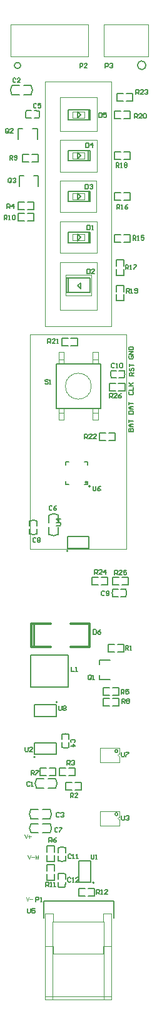
<source format=gto>
%FSLAX25Y25*%
%MOIN*%
G70*
G01*
G75*
%ADD10C,0.05906*%
%ADD11R,0.07874X0.07874*%
%ADD12R,0.02362X0.02756*%
%ADD13R,0.02756X0.02362*%
%ADD14R,0.03150X0.03937*%
%ADD15R,0.03937X0.03150*%
%ADD16R,0.02559X0.02165*%
%ADD17R,0.02165X0.02559*%
%ADD18R,0.03543X0.03150*%
%ADD19R,0.03543X0.03150*%
%ADD20R,0.01575X0.03937*%
%ADD21O,0.01181X0.07874*%
%ADD22R,0.01181X0.07874*%
%ADD23R,0.03937X0.01575*%
%ADD24R,0.02362X0.07874*%
%ADD25R,0.01063X0.07874*%
%ADD26R,0.05118X0.05118*%
%ADD27R,0.00787X0.02362*%
%ADD28R,0.00787X0.03150*%
%ADD29R,0.02362X0.00787*%
%ADD30R,0.03150X0.00787*%
%ADD31R,0.03150X0.02559*%
%ADD32R,0.05118X0.15748*%
%ADD33R,0.03150X0.03543*%
%ADD34R,0.03150X0.03543*%
%ADD35R,0.06299X0.07480*%
%ADD36R,0.02756X0.13386*%
%ADD37R,0.02756X0.06102*%
%ADD38R,0.07874X0.10000*%
%ADD39C,0.00787*%
%ADD40C,0.02362*%
%ADD41C,0.01000*%
%ADD42C,0.01575*%
%ADD43C,0.01181*%
%ADD44C,0.01969*%
%ADD45C,0.03150*%
%ADD46C,0.00500*%
%ADD47C,0.00591*%
%ADD48C,0.00394*%
%ADD49C,0.00600*%
%ADD50C,0.00197*%
%ADD51C,0.00709*%
%ADD52C,0.01200*%
D39*
X16092Y-425269D02*
G03*
X16092Y-430211I3706J-2471D01*
G01*
X26328D02*
G03*
X26328Y-425269I-3706J2471D01*
G01*
X25679Y-271618D02*
G03*
X30621Y-271618I2471J3706D01*
G01*
Y-261382D02*
G03*
X25679Y-261382I-2471J-3706D01*
G01*
X19012Y-401459D02*
G03*
X19012Y-406401I3706J-2471D01*
G01*
X29248D02*
G03*
X29248Y-401459I-3706J2471D01*
G01*
X30067Y-360760D02*
G03*
X30067Y-360760I-394J0D01*
G01*
X49714Y-456674D02*
G03*
X49714Y-456674I-394J0D01*
G01*
X18280Y-389940D02*
G03*
X18280Y-389940I-394J0D01*
G01*
X47660Y-246061D02*
G03*
X47660Y-246061I-394J0D01*
G01*
X16012Y-417659D02*
G03*
X16012Y-422601I3706J-2471D01*
G01*
X26248D02*
G03*
X26248Y-417659I-3706J2471D01*
G01*
X16128Y-38101D02*
G03*
X16128Y-33159I-3706J2471D01*
G01*
X5892D02*
G03*
X5892Y-38101I3706J-2471D01*
G01*
X35810Y-280430D02*
G03*
X35810Y-280430I-394J0D01*
G01*
X16092Y-430211D02*
X20029D01*
X16092Y-425269D02*
X20029D01*
X22391Y-430211D02*
X26328D01*
X22391Y-425269D02*
X26328D01*
X30621Y-271618D02*
Y-267681D01*
X25679Y-271618D02*
Y-267681D01*
X30621Y-265319D02*
Y-261382D01*
X25679Y-265319D02*
Y-261382D01*
X19012Y-406401D02*
X22949D01*
X19012Y-401459D02*
X22949D01*
X25311Y-406401D02*
X29248D01*
X25311Y-401459D02*
X29248D01*
X17066Y-56150D02*
X19428D01*
X9192D02*
X11554D01*
X19428Y-61819D02*
Y-56150D01*
X9192Y-61780D02*
Y-56150D01*
X17666Y-81250D02*
X20028D01*
X9792D02*
X12154D01*
X20028Y-86919D02*
Y-81250D01*
X9792Y-86880D02*
Y-81250D01*
X35017Y-143049D02*
X47615D01*
X35017Y-135568D02*
X47615D01*
X42497Y-141080D02*
Y-137930D01*
X47615Y-143049D02*
Y-135568D01*
X35017Y-143049D02*
Y-135568D01*
X35804Y-143049D02*
Y-135568D01*
X40922Y-139505D02*
X42497Y-141080D01*
X40922Y-139505D02*
X42497Y-137930D01*
X45223Y-111147D02*
X47428D01*
X46759Y-116659D02*
X47389D01*
X47428Y-116619D01*
Y-116029D01*
X46759Y-116659D02*
Y-111147D01*
X47428Y-116029D02*
Y-111147D01*
X35774Y-116659D02*
X46759D01*
X35774D02*
Y-111147D01*
X46759D01*
X45223Y-89317D02*
X47428D01*
X46759Y-94829D02*
X47389D01*
X47428Y-94789D01*
Y-94199D01*
X46759Y-94829D02*
Y-89317D01*
X47428Y-94199D02*
Y-89317D01*
X35774Y-94829D02*
X46759D01*
X35774D02*
Y-89317D01*
X46759D01*
X45213Y-67667D02*
X47418D01*
X46749Y-73179D02*
X47379D01*
X47418Y-73139D01*
Y-72549D01*
X46749Y-73179D02*
Y-67667D01*
X47418Y-72549D02*
Y-67667D01*
X35765Y-73179D02*
X46749D01*
X35765D02*
Y-67667D01*
X46749D01*
X45223Y-46077D02*
X47428D01*
X46759Y-51589D02*
X47389D01*
X47428Y-51549D01*
Y-50959D01*
X46759Y-51589D02*
Y-46077D01*
X47428Y-50959D02*
Y-46077D01*
X35774Y-51589D02*
X46759D01*
X35774D02*
Y-46077D01*
X46759D01*
X16012Y-422601D02*
X19949D01*
X16012Y-417659D02*
X19949D01*
X22311Y-422601D02*
X26248D01*
X22311Y-417659D02*
X26248D01*
X52530Y-340794D02*
Y-338432D01*
Y-348668D02*
Y-346306D01*
Y-338432D02*
X58199D01*
X52530Y-348668D02*
X58160D01*
X12191Y-33159D02*
X16128D01*
X12191Y-38101D02*
X16128D01*
X5892Y-33159D02*
X9829D01*
X5892Y-38101D02*
X9829D01*
X29626Y-181004D02*
X53248D01*
X29626Y-204626D02*
Y-181004D01*
Y-204626D02*
X53248D01*
Y-181004D01*
D41*
X17660Y-331569D02*
Y-318971D01*
D46*
X36405Y-377925D02*
G03*
X32506Y-377928I-1945J-4864D01*
G01*
X32476Y-384781D02*
G03*
X36412Y-384856I2063J4907D01*
G01*
X58865Y-184615D02*
G03*
X58868Y-188514I4864J-1945D01*
G01*
X65721Y-188544D02*
G03*
X65796Y-184608I-4907J2063D01*
G01*
X66615Y-304645D02*
G03*
X66612Y-300746I-4864J1945D01*
G01*
X59759Y-300716D02*
G03*
X59684Y-304652I4907J-2063D01*
G01*
X19295Y-264485D02*
G03*
X15396Y-264488I-1945J-4864D01*
G01*
X15366Y-271341D02*
G03*
X19302Y-271416I2063J4907D01*
G01*
X34615Y-438115D02*
G03*
X30716Y-438118I-1945J-4864D01*
G01*
X30686Y-444971D02*
G03*
X34622Y-445046I2063J4907D01*
G01*
X30485Y-458875D02*
G03*
X34384Y-458872I1945J4864D01*
G01*
X34414Y-452019D02*
G03*
X30478Y-451944I-2063J-4907D01*
G01*
X20365Y-50525D02*
G03*
X20362Y-46626I-4864J1945D01*
G01*
X13509Y-46596D02*
G03*
X13434Y-50532I4907J-2063D01*
G01*
X36408Y-380524D02*
Y-377926D01*
X32471Y-380524D02*
X32511Y-377926D01*
X36408Y-384858D02*
Y-382099D01*
X32471Y-384779D02*
Y-382099D01*
X58866Y-184611D02*
X61464D01*
X58866Y-188509D02*
X61464Y-188549D01*
X63039Y-184611D02*
X65798D01*
X63039Y-188549D02*
X65719D01*
X64016Y-304648D02*
X66614D01*
X64016Y-300711D02*
X66614Y-300751D01*
X59682Y-304648D02*
X62441D01*
X59761Y-300711D02*
X62441D01*
X19298Y-267084D02*
Y-264486D01*
X15361Y-267084D02*
X15401Y-264486D01*
X19298Y-271417D02*
Y-268659D01*
X15361Y-271339D02*
Y-268659D01*
X34618Y-440714D02*
Y-438116D01*
X30681Y-440714D02*
X30721Y-438116D01*
X34618Y-445048D02*
Y-442289D01*
X30681Y-444969D02*
Y-442289D01*
X30481Y-458874D02*
Y-456276D01*
X34379Y-458874D02*
X34418Y-456276D01*
X30481Y-454701D02*
Y-451942D01*
X34418Y-454701D02*
Y-452021D01*
X17766Y-50529D02*
X20364D01*
X17766Y-46591D02*
X20364Y-46631D01*
X13432Y-50529D02*
X16191D01*
X13511Y-46591D02*
X16191D01*
D47*
X62394Y-386735D02*
G03*
X62394Y-386735I-781J0D01*
G01*
Y-420275D02*
G03*
X62394Y-420275I-781J0D01*
G01*
X72829Y-22626D02*
G03*
X72820Y-22420I2271J206D01*
G01*
X10572Y-22446D02*
G03*
X10575Y-22549I-1652J-103D01*
G01*
X62745Y-195349D02*
X66091D01*
Y-191411D01*
X62745D02*
X66091D01*
X57824Y-195349D02*
X61170D01*
X57824D02*
Y-191411D01*
X61170D01*
X59496Y-294492D02*
X62843D01*
X59496Y-298429D02*
Y-294492D01*
Y-298429D02*
X62843D01*
X64417Y-294492D02*
X67764D01*
Y-298429D02*
Y-294492D01*
X64417Y-298429D02*
X67764D01*
X48586Y-294492D02*
X51933D01*
X48586Y-298429D02*
Y-294492D01*
Y-298429D02*
X51933D01*
X53507Y-294492D02*
X56854D01*
Y-298429D02*
Y-294492D01*
X53507Y-298429D02*
X56854D01*
X61996Y-37481D02*
X65343D01*
X61996Y-41418D02*
Y-37481D01*
Y-41418D02*
X65343D01*
X66917Y-37481D02*
X70264D01*
Y-41418D02*
Y-37481D01*
X66917Y-41418D02*
X70264D01*
X52526Y-217711D02*
X55873D01*
X52526Y-221649D02*
Y-217711D01*
Y-221649D02*
X55873D01*
X57447Y-217711D02*
X60794D01*
Y-221649D02*
Y-217711D01*
X57447Y-221649D02*
X60794D01*
X37407Y-171309D02*
X40754D01*
Y-167371D01*
X37407D02*
X40754D01*
X32486Y-171309D02*
X35833D01*
X32486D02*
Y-167371D01*
X35833D01*
X60576Y-46922D02*
X63923D01*
X60576Y-50858D02*
Y-46922D01*
Y-50858D02*
X63923D01*
X65497Y-46922D02*
X68844D01*
Y-50858D02*
Y-46922D01*
X65497Y-50858D02*
X68844D01*
X61581Y-147564D02*
Y-144217D01*
Y-147564D02*
X65518D01*
Y-144217D01*
X61581Y-142643D02*
Y-139296D01*
X65518D01*
Y-142643D02*
Y-139296D01*
X60576Y-68492D02*
X63923D01*
X60576Y-72429D02*
Y-68492D01*
Y-72429D02*
X63923D01*
X65497Y-68492D02*
X68844D01*
Y-72429D02*
Y-68492D01*
X65497Y-72429D02*
X68844D01*
X65518Y-129063D02*
Y-125716D01*
X61581D02*
X65518D01*
X61581Y-129063D02*
Y-125716D01*
X65518Y-133984D02*
Y-130637D01*
X61581Y-133984D02*
X65518D01*
X61581D02*
Y-130637D01*
X60576Y-90101D02*
X63923D01*
X60576Y-94038D02*
Y-90101D01*
Y-94038D02*
X63923D01*
X65497Y-90101D02*
X68844D01*
Y-94038D02*
Y-90101D01*
X65497Y-94038D02*
X68844D01*
X60576Y-112372D02*
X63923D01*
X60576Y-116308D02*
Y-112372D01*
Y-116308D02*
X63923D01*
X65497Y-112372D02*
X68844D01*
Y-116308D02*
Y-112372D01*
X65497Y-116308D02*
X68844D01*
X46487Y-463698D02*
X49834D01*
Y-459761D01*
X46487D02*
X49834D01*
X41566Y-463698D02*
X44913D01*
X41566D02*
Y-459761D01*
X44913D01*
X54696Y-358741D02*
X58043D01*
X54696Y-362679D02*
Y-358741D01*
Y-362679D02*
X58043D01*
X59617Y-358741D02*
X62964D01*
Y-362679D02*
Y-358741D01*
X59617Y-362679D02*
X62964D01*
X20996Y-395752D02*
X24343D01*
X20996Y-399689D02*
Y-395752D01*
Y-399689D02*
X24343D01*
X25917Y-395752D02*
X29264D01*
Y-399689D02*
Y-395752D01*
X25917Y-399689D02*
X29264D01*
X54606Y-353051D02*
X57953D01*
X54606Y-356989D02*
Y-353051D01*
Y-356989D02*
X57953D01*
X59527Y-353051D02*
X62874D01*
Y-356989D02*
Y-353051D01*
X59527Y-356989D02*
X62874D01*
X31236Y-395761D02*
X34583D01*
X31236Y-399698D02*
Y-395761D01*
Y-399698D02*
X34583D01*
X36157Y-395761D02*
X39504D01*
Y-399698D02*
Y-395761D01*
X36157Y-399698D02*
X39504D01*
X39477Y-407469D02*
X42824D01*
Y-403532D01*
X39477D02*
X42824D01*
X34556Y-407469D02*
X37903D01*
X34556D02*
Y-403532D01*
X37903D01*
X57186Y-330161D02*
X60533D01*
X57186Y-334099D02*
Y-330161D01*
Y-334099D02*
X60533D01*
X62107Y-330161D02*
X65454D01*
Y-334099D02*
Y-330161D01*
X62107Y-334099D02*
X65454D01*
X24632Y-455274D02*
Y-451927D01*
Y-455274D02*
X28569D01*
Y-451927D01*
X24632Y-450353D02*
Y-447006D01*
X28569D01*
Y-450353D02*
Y-447006D01*
X24632Y-445276D02*
Y-441930D01*
Y-445276D02*
X28569D01*
Y-441930D01*
X24632Y-440355D02*
Y-437008D01*
X28569D01*
Y-440355D02*
Y-437008D01*
X14319Y-104969D02*
X17666D01*
Y-101031D01*
X14319D02*
X17666D01*
X9398Y-104969D02*
X12745D01*
X9398D02*
Y-101031D01*
X12745D01*
X11546Y-69682D02*
X14893D01*
X11546Y-73619D02*
Y-69682D01*
Y-73619D02*
X14893D01*
X16467Y-69682D02*
X19814D01*
Y-73619D02*
Y-69682D01*
X16467Y-73619D02*
X19814D01*
X14319Y-99019D02*
X17666D01*
Y-95082D01*
X14319D02*
X17666D01*
X9398Y-99019D02*
X12745D01*
X9398D02*
Y-95082D01*
X12745D01*
X22808Y-475395D02*
Y-466537D01*
X60170Y-475356D02*
Y-466537D01*
X22808D02*
X60170D01*
X46400Y-234801D02*
Y-233148D01*
X44746D02*
X46400D01*
X34589Y-234801D02*
Y-233148D01*
X36242D01*
X34589Y-244959D02*
Y-243305D01*
Y-244959D02*
X36242D01*
X44746D02*
X46400D01*
Y-243266D01*
X40775Y-112171D02*
X42467Y-113864D01*
X40775Y-115596D02*
Y-112171D01*
Y-115596D02*
X42467Y-113903D01*
Y-113903D01*
X40775Y-90341D02*
X42467Y-92033D01*
X40775Y-93766D02*
Y-90341D01*
Y-93766D02*
X42467Y-92073D01*
Y-92073D01*
X40764Y-68691D02*
X42457Y-70384D01*
X40764Y-72116D02*
Y-68691D01*
Y-72116D02*
X42457Y-70423D01*
Y-70423D01*
X40775Y-47100D02*
X42467Y-48794D01*
X40775Y-50526D02*
Y-47100D01*
Y-50526D02*
X42467Y-48833D01*
Y-48833D01*
X30866Y-362757D02*
Y-364724D01*
X31260Y-365118D01*
X32047D01*
X32440Y-364724D01*
Y-362757D01*
X33228Y-363150D02*
X33621Y-362757D01*
X34408D01*
X34802Y-363150D01*
Y-363544D01*
X34408Y-363937D01*
X34802Y-364331D01*
Y-364724D01*
X34408Y-365118D01*
X33621D01*
X33228Y-364724D01*
Y-364331D01*
X33621Y-363937D01*
X33228Y-363544D01*
Y-363150D01*
X33621Y-363937D02*
X34408D01*
X64252Y-387284D02*
Y-389252D01*
X64645Y-389646D01*
X65433D01*
X65826Y-389252D01*
Y-387284D01*
X66613D02*
X68188D01*
Y-387678D01*
X66613Y-389252D01*
Y-389646D01*
X5629Y-84410D02*
Y-82835D01*
X5236Y-82442D01*
X4449D01*
X4055Y-82835D01*
Y-84410D01*
X4449Y-84803D01*
X5236D01*
X4842Y-84016D02*
X5629Y-84803D01*
X5236D02*
X5629Y-84410D01*
X6417Y-82835D02*
X6810Y-82442D01*
X7597D01*
X7991Y-82835D01*
Y-83229D01*
X7597Y-83622D01*
X7204D01*
X7597D01*
X7991Y-84016D01*
Y-84410D01*
X7597Y-84803D01*
X6810D01*
X6417Y-84410D01*
X4133Y-57953D02*
Y-56379D01*
X3740Y-55985D01*
X2953D01*
X2559Y-56379D01*
Y-57953D01*
X2953Y-58346D01*
X3740D01*
X3346Y-57559D02*
X4133Y-58346D01*
X3740D02*
X4133Y-57953D01*
X6495Y-58346D02*
X4921D01*
X6495Y-56772D01*
Y-56379D01*
X6101Y-55985D01*
X5314D01*
X4921Y-56379D01*
X49362Y-322258D02*
Y-324620D01*
X50543D01*
X50937Y-324226D01*
Y-322652D01*
X50543Y-322258D01*
X49362D01*
X53298D02*
X52511Y-322652D01*
X51724Y-323439D01*
Y-324226D01*
X52118Y-324620D01*
X52905D01*
X53298Y-324226D01*
Y-323833D01*
X52905Y-323439D01*
X51724D01*
X37322Y-454292D02*
X36929Y-453898D01*
X36142D01*
X35748Y-454292D01*
Y-455866D01*
X36142Y-456260D01*
X36929D01*
X37322Y-455866D01*
X38109Y-456260D02*
X38897D01*
X38503D01*
Y-453898D01*
X38109Y-454292D01*
X41652Y-456260D02*
X40077D01*
X41652Y-454685D01*
Y-454292D01*
X41258Y-453898D01*
X40471D01*
X40077Y-454292D01*
X37558Y-441930D02*
X37165Y-441536D01*
X36378D01*
X35984Y-441930D01*
Y-443504D01*
X36378Y-443898D01*
X37165D01*
X37558Y-443504D01*
X38346Y-443898D02*
X39133D01*
X38739D01*
Y-441536D01*
X38346Y-441930D01*
X40314Y-443898D02*
X41101D01*
X40707D01*
Y-441536D01*
X40314Y-441930D01*
X16220Y-399331D02*
Y-396969D01*
X17401D01*
X17795Y-397363D01*
Y-398150D01*
X17401Y-398544D01*
X16220D01*
X17008D02*
X17795Y-399331D01*
X18582Y-396969D02*
X20156D01*
Y-397363D01*
X18582Y-398937D01*
Y-399331D01*
X52362Y-47717D02*
Y-50079D01*
X53543D01*
X53936Y-49685D01*
Y-48111D01*
X53543Y-47717D01*
X52362D01*
X56298D02*
X54724D01*
Y-48898D01*
X55511Y-48504D01*
X55904D01*
X56298Y-48898D01*
Y-49685D01*
X55904Y-50079D01*
X55117D01*
X54724Y-49685D01*
X45276Y-63701D02*
Y-66063D01*
X46456D01*
X46850Y-65669D01*
Y-64095D01*
X46456Y-63701D01*
X45276D01*
X48818Y-66063D02*
Y-63701D01*
X47637Y-64882D01*
X49211D01*
X45079Y-85631D02*
Y-87992D01*
X46259D01*
X46653Y-87599D01*
Y-86024D01*
X46259Y-85631D01*
X45079D01*
X47440Y-86024D02*
X47834Y-85631D01*
X48621D01*
X49014Y-86024D01*
Y-86418D01*
X48621Y-86811D01*
X48227D01*
X48621D01*
X49014Y-87205D01*
Y-87599D01*
X48621Y-87992D01*
X47834D01*
X47440Y-87599D01*
X46063Y-107442D02*
Y-109803D01*
X47244D01*
X47637Y-109410D01*
Y-107835D01*
X47244Y-107442D01*
X46063D01*
X48424Y-109803D02*
X49212D01*
X48818D01*
Y-107442D01*
X48424Y-107835D01*
X15551Y-403347D02*
X15157Y-402953D01*
X14370D01*
X13976Y-403347D01*
Y-404921D01*
X14370Y-405315D01*
X15157D01*
X15551Y-404921D01*
X16338Y-405315D02*
X17125D01*
X16731D01*
Y-402953D01*
X16338Y-403347D01*
X7992Y-29607D02*
X7598Y-29213D01*
X6811D01*
X6417Y-29607D01*
Y-31181D01*
X6811Y-31575D01*
X7598D01*
X7992Y-31181D01*
X10353Y-31575D02*
X8779D01*
X10353Y-30000D01*
Y-29607D01*
X9960Y-29213D01*
X9172D01*
X8779Y-29607D01*
X31205Y-419820D02*
X30812Y-419427D01*
X30025D01*
X29631Y-419820D01*
Y-421395D01*
X30025Y-421788D01*
X30812D01*
X31205Y-421395D01*
X31993Y-419820D02*
X32386Y-419427D01*
X33173D01*
X33567Y-419820D01*
Y-420214D01*
X33173Y-420608D01*
X32780D01*
X33173D01*
X33567Y-421001D01*
Y-421395D01*
X33173Y-421788D01*
X32386D01*
X31993Y-421395D01*
X39296Y-382197D02*
X39690Y-381804D01*
Y-381017D01*
X39296Y-380623D01*
X37722D01*
X37328Y-381017D01*
Y-381804D01*
X37722Y-382197D01*
X37328Y-384165D02*
X39690D01*
X38509Y-382984D01*
Y-384559D01*
X19015Y-43071D02*
X18622Y-42678D01*
X17834D01*
X17441Y-43071D01*
Y-44646D01*
X17834Y-45039D01*
X18622D01*
X19015Y-44646D01*
X21377Y-42678D02*
X19802D01*
Y-43859D01*
X20590Y-43465D01*
X20983D01*
X21377Y-43859D01*
Y-44646D01*
X20983Y-45039D01*
X20196D01*
X19802Y-44646D01*
X27362Y-256890D02*
X26968Y-256497D01*
X26181D01*
X25787Y-256890D01*
Y-258465D01*
X26181Y-258858D01*
X26968D01*
X27362Y-258465D01*
X29723Y-256497D02*
X28936Y-256890D01*
X28149Y-257678D01*
Y-258465D01*
X28542Y-258858D01*
X29330D01*
X29723Y-258465D01*
Y-258071D01*
X29330Y-257678D01*
X28149D01*
X30358Y-427795D02*
X29964Y-427401D01*
X29177D01*
X28784Y-427795D01*
Y-429369D01*
X29177Y-429762D01*
X29964D01*
X30358Y-429369D01*
X31145Y-427401D02*
X32719D01*
Y-427795D01*
X31145Y-429369D01*
Y-429762D01*
X18661Y-273898D02*
X18267Y-273505D01*
X17480D01*
X17087Y-273898D01*
Y-275473D01*
X17480Y-275866D01*
X18267D01*
X18661Y-275473D01*
X19448Y-273898D02*
X19842Y-273505D01*
X20629D01*
X21022Y-273898D01*
Y-274292D01*
X20629Y-274685D01*
X21022Y-275079D01*
Y-275473D01*
X20629Y-275866D01*
X19842D01*
X19448Y-275473D01*
Y-275079D01*
X19842Y-274685D01*
X19448Y-274292D01*
Y-273898D01*
X19842Y-274685D02*
X20629D01*
X55314Y-302245D02*
X54921Y-301851D01*
X54134D01*
X53740Y-302245D01*
Y-303819D01*
X54134Y-304213D01*
X54921D01*
X55314Y-303819D01*
X56102D02*
X56495Y-304213D01*
X57282D01*
X57676Y-303819D01*
Y-302245D01*
X57282Y-301851D01*
X56495D01*
X56102Y-302245D01*
Y-302638D01*
X56495Y-303032D01*
X57676D01*
X60629Y-181182D02*
X60236Y-180788D01*
X59449D01*
X59055Y-181182D01*
Y-182756D01*
X59449Y-183150D01*
X60236D01*
X60629Y-182756D01*
X61417Y-183150D02*
X62204D01*
X61810D01*
Y-180788D01*
X61417Y-181182D01*
X63384D02*
X63778Y-180788D01*
X64565D01*
X64959Y-181182D01*
Y-182756D01*
X64565Y-183150D01*
X63778D01*
X63384Y-182756D01*
Y-181182D01*
X45906Y-130631D02*
Y-132992D01*
X47086D01*
X47480Y-132599D01*
Y-131024D01*
X47086Y-130631D01*
X45906D01*
X49841Y-132992D02*
X48267D01*
X49841Y-131418D01*
Y-131024D01*
X49448Y-130631D01*
X48660D01*
X48267Y-131024D01*
X37638Y-342048D02*
Y-344409D01*
X39212D01*
X39999D02*
X40786D01*
X40393D01*
Y-342048D01*
X39999Y-342442D01*
X18740Y-466653D02*
Y-464292D01*
X19921D01*
X20314Y-464686D01*
Y-465473D01*
X19921Y-465866D01*
X18740D01*
X21102Y-466653D02*
X21889D01*
X21495D01*
Y-464292D01*
X21102Y-464686D01*
X42087Y-23740D02*
Y-21379D01*
X43267D01*
X43661Y-21772D01*
Y-22559D01*
X43267Y-22953D01*
X42087D01*
X46022Y-23740D02*
X44448D01*
X46022Y-22166D01*
Y-21772D01*
X45629Y-21379D01*
X44842D01*
X44448Y-21772D01*
X55709Y-23858D02*
Y-21497D01*
X56889D01*
X57283Y-21890D01*
Y-22678D01*
X56889Y-23071D01*
X55709D01*
X58070Y-21890D02*
X58464Y-21497D01*
X59251D01*
X59644Y-21890D01*
Y-22284D01*
X59251Y-22678D01*
X58857D01*
X59251D01*
X59644Y-23071D01*
Y-23465D01*
X59251Y-23858D01*
X58464D01*
X58070Y-23465D01*
X48228Y-348465D02*
Y-346890D01*
X47834Y-346497D01*
X47047D01*
X46654Y-346890D01*
Y-348465D01*
X47047Y-348858D01*
X47834D01*
X47441Y-348071D02*
X48228Y-348858D01*
X47834D02*
X48228Y-348465D01*
X49015Y-348858D02*
X49802D01*
X49409D01*
Y-346497D01*
X49015Y-346890D01*
X66448Y-333017D02*
Y-330656D01*
X67629D01*
X68023Y-331049D01*
Y-331836D01*
X67629Y-332230D01*
X66448D01*
X67236D02*
X68023Y-333017D01*
X68810D02*
X69597D01*
X69203D01*
Y-330656D01*
X68810Y-331049D01*
X37126Y-411422D02*
Y-409061D01*
X38306D01*
X38700Y-409454D01*
Y-410241D01*
X38306Y-410635D01*
X37126D01*
X37913D02*
X38700Y-411422D01*
X41061D02*
X39487D01*
X41061Y-409848D01*
Y-409454D01*
X40668Y-409061D01*
X39881D01*
X39487Y-409454D01*
X35276Y-394213D02*
Y-391851D01*
X36456D01*
X36850Y-392245D01*
Y-393032D01*
X36456Y-393425D01*
X35276D01*
X36063D02*
X36850Y-394213D01*
X37637Y-392245D02*
X38031Y-391851D01*
X38818D01*
X39211Y-392245D01*
Y-392638D01*
X38818Y-393032D01*
X38424D01*
X38818D01*
X39211Y-393425D01*
Y-393819D01*
X38818Y-394213D01*
X38031D01*
X37637Y-393819D01*
X3351Y-98561D02*
Y-96199D01*
X4532D01*
X4925Y-96593D01*
Y-97380D01*
X4532Y-97774D01*
X3351D01*
X4138D02*
X4925Y-98561D01*
X6893D02*
Y-96199D01*
X5712Y-97380D01*
X7287D01*
X64169Y-356452D02*
Y-354091D01*
X65350D01*
X65744Y-354485D01*
Y-355272D01*
X65350Y-355665D01*
X64169D01*
X64956D02*
X65744Y-356452D01*
X68105Y-354091D02*
X66531D01*
Y-355272D01*
X67318Y-354878D01*
X67712D01*
X68105Y-355272D01*
Y-356059D01*
X67712Y-356452D01*
X66924D01*
X66531Y-356059D01*
X25674Y-435206D02*
Y-432845D01*
X26855D01*
X27248Y-433238D01*
Y-434025D01*
X26855Y-434419D01*
X25674D01*
X26461D02*
X27248Y-435206D01*
X29610Y-432845D02*
X28822Y-433238D01*
X28035Y-434025D01*
Y-434813D01*
X28429Y-435206D01*
X29216D01*
X29610Y-434813D01*
Y-434419D01*
X29216Y-434025D01*
X28035D01*
X64549Y-361317D02*
Y-358956D01*
X65729D01*
X66123Y-359350D01*
Y-360137D01*
X65729Y-360530D01*
X64549D01*
X65336D02*
X66123Y-361317D01*
X66910Y-359350D02*
X67304Y-358956D01*
X68091D01*
X68484Y-359350D01*
Y-359743D01*
X68091Y-360137D01*
X68484Y-360530D01*
Y-360924D01*
X68091Y-361317D01*
X67304D01*
X66910Y-360924D01*
Y-360530D01*
X67304Y-360137D01*
X66910Y-359743D01*
Y-359350D01*
X67304Y-360137D02*
X68091D01*
X4800Y-72636D02*
Y-70275D01*
X5981D01*
X6374Y-70669D01*
Y-71456D01*
X5981Y-71849D01*
X4800D01*
X5587D02*
X6374Y-72636D01*
X7162Y-72243D02*
X7555Y-72636D01*
X8342D01*
X8736Y-72243D01*
Y-70669D01*
X8342Y-70275D01*
X7555D01*
X7162Y-70669D01*
Y-71062D01*
X7555Y-71456D01*
X8736D01*
X1811Y-104528D02*
Y-102166D01*
X2992D01*
X3385Y-102560D01*
Y-103347D01*
X2992Y-103740D01*
X1811D01*
X2598D02*
X3385Y-104528D01*
X4172D02*
X4960D01*
X4566D01*
Y-102166D01*
X4172Y-102560D01*
X6140D02*
X6534Y-102166D01*
X7321D01*
X7715Y-102560D01*
Y-104134D01*
X7321Y-104528D01*
X6534D01*
X6140Y-104134D01*
Y-102560D01*
X24016Y-458780D02*
Y-456419D01*
X25196D01*
X25590Y-456812D01*
Y-457599D01*
X25196Y-457993D01*
X24016D01*
X24803D02*
X25590Y-458780D01*
X26377D02*
X27164D01*
X26771D01*
Y-456419D01*
X26377Y-456812D01*
X28345Y-458780D02*
X29132D01*
X28739D01*
Y-456419D01*
X28345Y-456812D01*
X51051Y-462756D02*
Y-460394D01*
X52231D01*
X52625Y-460788D01*
Y-461575D01*
X52231Y-461969D01*
X51051D01*
X51838D02*
X52625Y-462756D01*
X53412D02*
X54199D01*
X53806D01*
Y-460394D01*
X53412Y-460788D01*
X56954Y-462756D02*
X55380D01*
X56954Y-461182D01*
Y-460788D01*
X56560Y-460394D01*
X55773D01*
X55380Y-460788D01*
X70433Y-115276D02*
Y-112914D01*
X71614D01*
X72007Y-113308D01*
Y-114095D01*
X71614Y-114488D01*
X70433D01*
X71220D02*
X72007Y-115276D01*
X72795D02*
X73582D01*
X73188D01*
Y-112914D01*
X72795Y-113308D01*
X76337Y-112914D02*
X74762D01*
Y-114095D01*
X75550Y-113701D01*
X75943D01*
X76337Y-114095D01*
Y-114882D01*
X75943Y-115276D01*
X75156D01*
X74762Y-114882D01*
X61794Y-98786D02*
Y-96425D01*
X62974D01*
X63368Y-96819D01*
Y-97606D01*
X62974Y-97999D01*
X61794D01*
X62581D02*
X63368Y-98786D01*
X64155D02*
X64942D01*
X64549D01*
Y-96425D01*
X64155Y-96819D01*
X67697Y-96425D02*
X66910Y-96819D01*
X66123Y-97606D01*
Y-98393D01*
X66516Y-98786D01*
X67304D01*
X67697Y-98393D01*
Y-97999D01*
X67304Y-97606D01*
X66123D01*
X66496Y-130905D02*
Y-128544D01*
X67677D01*
X68070Y-128938D01*
Y-129725D01*
X67677Y-130118D01*
X66496D01*
X67283D02*
X68070Y-130905D01*
X68858D02*
X69645D01*
X69251D01*
Y-128544D01*
X68858Y-128938D01*
X70825Y-128544D02*
X72400D01*
Y-128938D01*
X70825Y-130512D01*
Y-130905D01*
X61428Y-76618D02*
Y-74257D01*
X62609D01*
X63003Y-74650D01*
Y-75437D01*
X62609Y-75831D01*
X61428D01*
X62216D02*
X63003Y-76618D01*
X63790D02*
X64577D01*
X64183D01*
Y-74257D01*
X63790Y-74650D01*
X65758D02*
X66151Y-74257D01*
X66939D01*
X67332Y-74650D01*
Y-75044D01*
X66939Y-75437D01*
X67332Y-75831D01*
Y-76224D01*
X66939Y-76618D01*
X66151D01*
X65758Y-76224D01*
Y-75831D01*
X66151Y-75437D01*
X65758Y-75044D01*
Y-74650D01*
X66151Y-75437D02*
X66939D01*
X66969Y-143347D02*
Y-140985D01*
X68149D01*
X68543Y-141379D01*
Y-142166D01*
X68149Y-142559D01*
X66969D01*
X67756D02*
X68543Y-143347D01*
X69330D02*
X70117D01*
X69723D01*
Y-140985D01*
X69330Y-141379D01*
X71298Y-142953D02*
X71691Y-143347D01*
X72478D01*
X72872Y-142953D01*
Y-141379D01*
X72478Y-140985D01*
X71691D01*
X71298Y-141379D01*
Y-141772D01*
X71691Y-142166D01*
X72872D01*
X71181Y-50591D02*
Y-48229D01*
X72362D01*
X72755Y-48623D01*
Y-49410D01*
X72362Y-49803D01*
X71181D01*
X71968D02*
X72755Y-50591D01*
X75117D02*
X73542D01*
X75117Y-49016D01*
Y-48623D01*
X74723Y-48229D01*
X73936D01*
X73542Y-48623D01*
X75904D02*
X76298Y-48229D01*
X77085D01*
X77478Y-48623D01*
Y-50197D01*
X77085Y-50591D01*
X76298D01*
X75904Y-50197D01*
Y-48623D01*
X25079Y-170158D02*
Y-167796D01*
X26259D01*
X26653Y-168190D01*
Y-168977D01*
X26259Y-169370D01*
X25079D01*
X25866D02*
X26653Y-170158D01*
X29015D02*
X27440D01*
X29015Y-168583D01*
Y-168190D01*
X28621Y-167796D01*
X27834D01*
X27440Y-168190D01*
X29802Y-170158D02*
X30589D01*
X30195D01*
Y-167796D01*
X29802Y-168190D01*
X44551Y-220827D02*
Y-218465D01*
X45732D01*
X46126Y-218859D01*
Y-219646D01*
X45732Y-220040D01*
X44551D01*
X45338D02*
X46126Y-220827D01*
X48487D02*
X46913D01*
X48487Y-219252D01*
Y-218859D01*
X48094Y-218465D01*
X47306D01*
X46913Y-218859D01*
X50849Y-220827D02*
X49274D01*
X50849Y-219252D01*
Y-218859D01*
X50455Y-218465D01*
X49668D01*
X49274Y-218859D01*
X72008Y-37835D02*
Y-35473D01*
X73189D01*
X73582Y-35867D01*
Y-36654D01*
X73189Y-37047D01*
X72008D01*
X72795D02*
X73582Y-37835D01*
X75944D02*
X74369D01*
X75944Y-36260D01*
Y-35867D01*
X75550Y-35473D01*
X74763D01*
X74369Y-35867D01*
X76731D02*
X77124Y-35473D01*
X77912D01*
X78305Y-35867D01*
Y-36260D01*
X77912Y-36654D01*
X77518D01*
X77912D01*
X78305Y-37047D01*
Y-37441D01*
X77912Y-37835D01*
X77124D01*
X76731Y-37441D01*
X49915Y-292861D02*
Y-290500D01*
X51095D01*
X51489Y-290894D01*
Y-291681D01*
X51095Y-292074D01*
X49915D01*
X50702D02*
X51489Y-292861D01*
X53851D02*
X52276D01*
X53851Y-291287D01*
Y-290894D01*
X53457Y-290500D01*
X52670D01*
X52276Y-290894D01*
X55818Y-292861D02*
Y-290500D01*
X54638Y-291681D01*
X56212D01*
X60710Y-293107D02*
Y-290746D01*
X61891D01*
X62284Y-291139D01*
Y-291926D01*
X61891Y-292320D01*
X60710D01*
X61497D02*
X62284Y-293107D01*
X64646D02*
X63072D01*
X64646Y-291533D01*
Y-291139D01*
X64252Y-290746D01*
X63465D01*
X63072Y-291139D01*
X67007Y-290746D02*
X65433D01*
Y-291926D01*
X66220Y-291533D01*
X66614D01*
X67007Y-291926D01*
Y-292713D01*
X66614Y-293107D01*
X65827D01*
X65433Y-292713D01*
X57921Y-199132D02*
Y-196771D01*
X59102D01*
X59496Y-197164D01*
Y-197951D01*
X59102Y-198345D01*
X57921D01*
X58709D02*
X59496Y-199132D01*
X61857D02*
X60283D01*
X61857Y-197558D01*
Y-197164D01*
X61464Y-196771D01*
X60676D01*
X60283Y-197164D01*
X64219Y-196771D02*
X63432Y-197164D01*
X62644Y-197951D01*
Y-198739D01*
X63038Y-199132D01*
X63825D01*
X64219Y-198739D01*
Y-198345D01*
X63825Y-197951D01*
X62644D01*
X25157Y-189804D02*
X24763Y-189410D01*
X23976D01*
X23583Y-189804D01*
Y-190197D01*
X23976Y-190591D01*
X24763D01*
X25157Y-190984D01*
Y-191378D01*
X24763Y-191772D01*
X23976D01*
X23583Y-191378D01*
X25944Y-191772D02*
X26731D01*
X26338D01*
Y-189410D01*
X25944Y-189804D01*
X48150Y-441812D02*
Y-443780D01*
X48543Y-444173D01*
X49330D01*
X49724Y-443780D01*
Y-441812D01*
X50511Y-444173D02*
X51298D01*
X50905D01*
Y-441812D01*
X50511Y-442205D01*
X12992Y-384607D02*
Y-386575D01*
X13386Y-386968D01*
X14173D01*
X14566Y-386575D01*
Y-384607D01*
X16928Y-386968D02*
X15354D01*
X16928Y-385394D01*
Y-385001D01*
X16534Y-384607D01*
X15747D01*
X15354Y-385001D01*
X64370Y-421142D02*
Y-423110D01*
X64764Y-423504D01*
X65551D01*
X65944Y-423110D01*
Y-421142D01*
X66732Y-421536D02*
X67125Y-421142D01*
X67912D01*
X68306Y-421536D01*
Y-421930D01*
X67912Y-422323D01*
X67519D01*
X67912D01*
X68306Y-422717D01*
Y-423110D01*
X67912Y-423504D01*
X67125D01*
X66732Y-423110D01*
X29689Y-266982D02*
X31657D01*
X32050Y-266589D01*
Y-265802D01*
X31657Y-265408D01*
X29689D01*
X32050Y-263440D02*
X29689D01*
X30870Y-264621D01*
Y-263047D01*
X14215Y-470544D02*
Y-472512D01*
X14609Y-472905D01*
X15396D01*
X15789Y-472512D01*
Y-470544D01*
X18151D02*
X16577D01*
Y-471725D01*
X17364Y-471331D01*
X17757D01*
X18151Y-471725D01*
Y-472512D01*
X17757Y-472905D01*
X16970D01*
X16577Y-472512D01*
X49173Y-246143D02*
Y-248110D01*
X49567Y-248504D01*
X50354D01*
X50748Y-248110D01*
Y-246143D01*
X53109D02*
X52322Y-246536D01*
X51535Y-247323D01*
Y-248110D01*
X51928Y-248504D01*
X52715D01*
X53109Y-248110D01*
Y-247717D01*
X52715Y-247323D01*
X51535D01*
X68701Y-176733D02*
X68308Y-177126D01*
Y-177913D01*
X68701Y-178307D01*
X70276D01*
X70669Y-177913D01*
Y-177126D01*
X70276Y-176733D01*
X69489D01*
Y-177520D01*
X70669Y-175946D02*
X68308D01*
X70669Y-174371D01*
X68308D01*
Y-173584D02*
X70669D01*
Y-172404D01*
X70276Y-172010D01*
X68701D01*
X68308Y-172404D01*
Y-173584D01*
X70827Y-187284D02*
X68465D01*
Y-186103D01*
X68859Y-185709D01*
X69646D01*
X70040Y-186103D01*
Y-187284D01*
Y-186496D02*
X70827Y-185709D01*
X68859Y-183348D02*
X68465Y-183741D01*
Y-184528D01*
X68859Y-184922D01*
X69253D01*
X69646Y-184528D01*
Y-183741D01*
X70040Y-183348D01*
X70433D01*
X70827Y-183741D01*
Y-184528D01*
X70433Y-184922D01*
X68465Y-182561D02*
Y-180986D01*
Y-181773D01*
X70827D01*
X68544Y-195788D02*
X68150Y-196181D01*
Y-196969D01*
X68544Y-197362D01*
X70118D01*
X70512Y-196969D01*
Y-196181D01*
X70118Y-195788D01*
X68150Y-195001D02*
X70512D01*
Y-193427D01*
X68150Y-192639D02*
X70512D01*
X69725D01*
X68150Y-191065D01*
X69331Y-192246D01*
X70512Y-191065D01*
X68229Y-216929D02*
X70591D01*
Y-215748D01*
X70197Y-215355D01*
X69803D01*
X69410Y-215748D01*
Y-216929D01*
Y-215748D01*
X69016Y-215355D01*
X68623D01*
X68229Y-215748D01*
Y-216929D01*
X70591Y-214568D02*
X69016D01*
X68229Y-213780D01*
X69016Y-212993D01*
X70591D01*
X69410D01*
Y-214568D01*
X68229Y-212206D02*
Y-210632D01*
Y-211419D01*
X70591D01*
X68190Y-207598D02*
X70551D01*
Y-206418D01*
X70158Y-206024D01*
X68583D01*
X68190Y-206418D01*
Y-207598D01*
X70551Y-205237D02*
X68977D01*
X68190Y-204450D01*
X68977Y-203663D01*
X70551D01*
X69371D01*
Y-205237D01*
X68190Y-202875D02*
Y-201301D01*
Y-202088D01*
X70551D01*
D48*
X63092Y-388406D02*
G03*
X63092Y-389686I0J-640D01*
G01*
Y-421946D02*
G03*
X63092Y-423225I0J-640D01*
G01*
X52856Y-385246D02*
X63092D01*
X52856Y-392845D02*
Y-385246D01*
Y-392845D02*
X63092D01*
Y-389686D01*
Y-388406D02*
Y-385246D01*
X52856Y-418786D02*
X63092D01*
X52856Y-426385D02*
Y-418786D01*
Y-426385D02*
X63092D01*
Y-423225D01*
Y-421946D02*
Y-418786D01*
X54878Y-720D02*
X78500D01*
X54878Y-17720D02*
Y-791D01*
Y-17720D02*
X78500D01*
Y-791D01*
X5120Y-720D02*
X46459D01*
Y-17649D02*
Y-720D01*
X5120Y-17649D02*
X46459D01*
X5120D02*
Y-720D01*
X23622Y-161024D02*
Y-31102D01*
X59055D01*
Y-161024D02*
Y-31102D01*
X23622Y-161024D02*
X59055D01*
X31496Y-57284D02*
Y-39567D01*
X51181D01*
Y-57284D02*
Y-39567D01*
X31496Y-57284D02*
X51181D01*
X31496Y-78937D02*
Y-62008D01*
X51181D01*
X31496Y-78937D02*
X51181D01*
Y-62008D01*
X31496Y-100591D02*
Y-83661D01*
X51024D01*
X31496Y-100591D02*
X51063D01*
X51024Y-100551D02*
X51063Y-100591D01*
Y-83701D01*
X31496Y-122244D02*
Y-105315D01*
X51181D01*
X31496Y-122244D02*
X51181D01*
Y-105315D01*
X31496Y-152559D02*
Y-126969D01*
X51181D01*
X31496Y-152559D02*
X51181D01*
Y-126969D01*
X15748Y-279528D02*
Y-165354D01*
X66929D01*
Y-279528D02*
Y-165354D01*
X15748Y-279528D02*
X66929D01*
X14410Y-442008D02*
X15159Y-443976D01*
X15909Y-442008D02*
X15159Y-443976D01*
X16162Y-443133D02*
X17849D01*
X18430Y-442008D02*
Y-443976D01*
Y-442008D02*
X19180Y-443976D01*
X19929Y-442008D02*
X19180Y-443976D01*
X19929Y-442008D02*
Y-443976D01*
X13583Y-464292D02*
X14332Y-466260D01*
X15082Y-464292D02*
X14332Y-466260D01*
X15335Y-465416D02*
X17022D01*
X12717Y-430985D02*
X13466Y-432953D01*
X14216Y-430985D02*
X13466Y-432953D01*
X15313Y-431266D02*
Y-432953D01*
X14469Y-432109D02*
X16156D01*
D49*
X45770Y-243935D02*
G03*
X45770Y-243935I-394J0D01*
G01*
D50*
X48228Y-192913D02*
G03*
X48228Y-192913I-6890J0D01*
G01*
X38189Y-47244D02*
X44488D01*
Y-50394D02*
Y-47244D01*
X38189Y-50394D02*
X44488D01*
X38189D02*
Y-47244D01*
Y-68898D02*
X44488D01*
Y-72047D02*
Y-68898D01*
X38189Y-72047D02*
X44488D01*
X38189D02*
Y-68898D01*
Y-90551D02*
X44488D01*
X38189Y-93701D02*
X44488D01*
Y-90551D01*
X38189Y-93701D02*
Y-90551D01*
Y-112205D02*
X44488D01*
Y-115354D02*
Y-112205D01*
X38189Y-115354D02*
X44488D01*
X38189D02*
Y-112205D01*
X34449Y-133858D02*
X48228D01*
Y-144882D02*
Y-133858D01*
X34449Y-144882D02*
X48228D01*
X34449D02*
Y-133858D01*
X53248Y-204823D02*
Y-181004D01*
X29429Y-204823D02*
Y-181004D01*
Y-204823D02*
X53248D01*
X29429Y-181004D02*
X53248D01*
X30906Y-210925D02*
Y-204823D01*
X33661Y-210925D02*
Y-204823D01*
X30906Y-206988D02*
X33661D01*
X30906Y-210925D02*
X33661D01*
X49016D02*
Y-204823D01*
X51772Y-210925D02*
Y-204823D01*
X49016Y-206988D02*
X51772D01*
X49016Y-210925D02*
X51772D01*
X30906Y-181004D02*
Y-174902D01*
X33661Y-181004D02*
Y-174902D01*
X30906D02*
X33661D01*
X30906Y-178839D02*
X33661D01*
X49016Y-181004D02*
Y-174902D01*
X51772Y-181004D02*
Y-174902D01*
X49016D02*
X51772D01*
X49016Y-178839D02*
X51772D01*
X23740Y-518701D02*
Y-473229D01*
X23741D02*
X27953D01*
Y-477362D02*
Y-473229D01*
X27677Y-477362D02*
X55000D01*
X54724D02*
Y-473229D01*
X58936D01*
X58937Y-518701D02*
Y-473229D01*
X27677Y-518701D02*
Y-477362D01*
X55000Y-518701D02*
Y-477362D01*
X27677Y-494567D02*
X55000D01*
X23741Y-490433D02*
X27953D01*
Y-494567D02*
Y-490433D01*
X54724Y-494567D02*
Y-490433D01*
X58936D01*
X23740Y-517244D02*
X58937D01*
X23740Y-518701D02*
X58937D01*
D51*
X29489Y-368410D02*
Y-362110D01*
X18071D02*
X29489D01*
X18071Y-368410D02*
X29489D01*
X18071D02*
Y-362110D01*
X41670Y-456489D02*
X47970D01*
Y-445071D01*
X41670Y-456489D02*
Y-445071D01*
X47970D01*
X18071Y-388590D02*
Y-382290D01*
Y-388590D02*
X29489D01*
X18071Y-382290D02*
X29489D01*
Y-388590D02*
Y-382290D01*
X15857Y-352723D02*
X36046D01*
X15857D02*
Y-335723D01*
X36046Y-352723D02*
Y-335723D01*
X15857D02*
X36046D01*
X47019Y-279080D02*
Y-272780D01*
X35601D02*
X47019D01*
X35601Y-279080D02*
X47019D01*
X35601D02*
Y-272780D01*
D52*
X37160Y-318971D02*
X47160D01*
X37160Y-331569D02*
X47160D01*
X16160Y-318971D02*
X26668D01*
X16160Y-331569D02*
X26668D01*
X47160D02*
Y-318971D01*
X16160Y-331569D02*
Y-318971D01*
M02*

</source>
